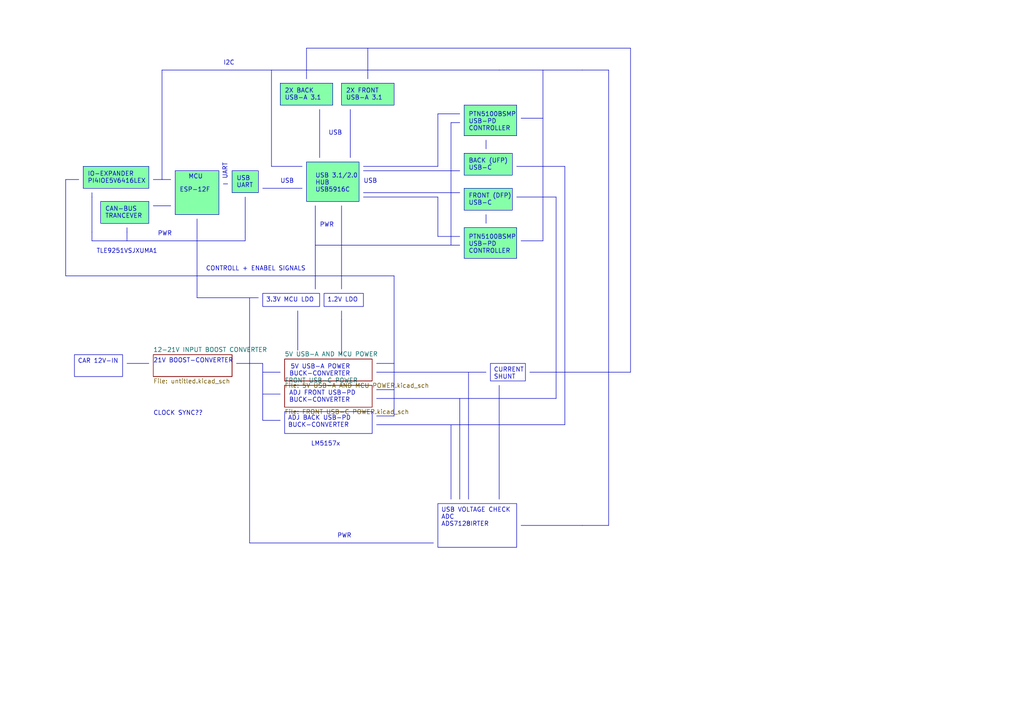
<source format=kicad_sch>
(kicad_sch (version 20230121) (generator eeschema)
  (paper "A4")
  (lib_symbols)
  (polyline (pts (xy 149.86 57.15) (xy 161.29 57.15)))
  (polyline (pts (xy 44.45 52.07) (xy 49.53 52.07)))
  (polyline (pts (xy 68.58 105.41) (xy 76.2 105.41)))
  (polyline (pts (xy 109.22 120.65) (xy 114.3 120.65)))
  (polyline (pts (xy 114.3 80.01) (xy 114.3 120.65)))
  (polyline (pts (xy 153.67 107.95) (xy 182.88 107.95)))
  (polyline (pts (xy 44.45 59.69) (xy 49.53 59.69)))
  (polyline (pts (xy 26.67 55.88) (xy 26.67 57.15)))
  (polyline (pts (xy 140.97 40.64) (xy 140.97 43.18)))
  (polyline (pts (xy 168.91 20.32) (xy 176.53 20.32)))
  (polyline (pts (xy 105.41 55.88) (xy 133.35 55.88)))
  (polyline (pts (xy 26.67 67.31) (xy 26.67 69.85)))
  (polyline (pts (xy 46.99 20.32) (xy 144.78 20.32)))
  (polyline (pts (xy 19.05 80.01) (xy 114.3 80.01)))
  (polyline (pts (xy 36.83 67.31) (xy 36.83 69.85)))
  (polyline (pts (xy 72.39 86.36) (xy 72.39 157.48)))
  (polyline (pts (xy 144.78 20.32) (xy 168.91 20.32)))
  (polyline (pts (xy 91.44 71.12) (xy 133.35 71.12)))
  (polyline (pts (xy 109.22 123.19) (xy 163.83 123.19)))
  (polyline (pts (xy 88.9 13.97) (xy 88.9 22.86)))
  (polyline (pts (xy 133.35 115.57) (xy 133.35 144.78)))
  (polyline (pts (xy 176.53 20.32) (xy 176.53 152.4)))
  (polyline (pts (xy 57.15 63.5) (xy 57.15 86.36)))
  (polyline (pts (xy 105.41 57.15) (xy 127 57.15)))
  (polyline (pts (xy 151.13 152.4) (xy 168.91 152.4)))
  (polyline (pts (xy 76.2 121.92) (xy 81.28 121.92)))
  (polyline (pts (xy 161.29 57.15) (xy 161.29 115.57)))
  (polyline (pts (xy 168.91 152.4) (xy 176.53 152.4)))
  (polyline (pts (xy 109.22 105.41) (xy 114.3 105.41)))
  (polyline (pts (xy 91.44 59.69) (xy 91.44 83.82)))
  (polyline (pts (xy 71.12 57.15) (xy 71.12 67.31)))
  (polyline (pts (xy 46.99 52.07) (xy 46.99 20.32)))
  (polyline (pts (xy 92.71 31.75) (xy 92.71 45.72)))
  (polyline (pts (xy 149.86 48.26) (xy 163.83 48.26)))
  (polyline (pts (xy 76.2 107.95) (xy 81.28 107.95)))
  (polyline (pts (xy 133.35 68.58) (xy 127 68.58)))
  (polyline (pts (xy 182.88 13.97) (xy 182.88 107.95)))
  (polyline (pts (xy 78.74 48.26) (xy 78.74 20.32)))
  (polyline (pts (xy 109.22 113.03) (xy 114.3 113.03)))
  (polyline (pts (xy 19.05 80.01) (xy 19.05 52.07)))
  (polyline (pts (xy 135.89 107.95) (xy 135.89 144.78)))
  (polyline (pts (xy 86.36 90.17) (xy 86.36 92.71)))
  (polyline (pts (xy 127 33.02) (xy 127 48.26)))
  (polyline (pts (xy 109.22 107.95) (xy 140.97 107.95)))
  (polyline (pts (xy 163.83 48.26) (xy 163.83 123.19)))
  (polyline (pts (xy 74.93 86.36) (xy 57.15 86.36)))
  (polyline (pts (xy 72.39 157.48) (xy 125.73 157.48)))
  (polyline (pts (xy 87.63 48.26) (xy 78.74 48.26)))
  (polyline (pts (xy 76.2 114.3) (xy 81.28 114.3)))
  (polyline (pts (xy 57.15 69.85) (xy 36.83 69.85)))
  (polyline (pts (xy 130.81 71.12) (xy 130.81 35.56)))
  (polyline (pts (xy 99.06 90.17) (xy 99.06 92.71)))
  (polyline (pts (xy 133.35 33.02) (xy 127 33.02)))
  (polyline (pts (xy 144.78 111.76) (xy 144.78 144.78)))
  (polyline (pts (xy 76.2 54.61) (xy 87.63 54.61)))
  (polyline (pts (xy 99.06 59.69) (xy 99.06 83.82)))
  (polyline (pts (xy 36.83 105.41) (xy 43.18 105.41)))
  (polyline (pts (xy 151.13 69.85) (xy 157.48 69.85)))
  (polyline (pts (xy 109.22 115.57) (xy 161.29 115.57)))
  (polyline (pts (xy 86.36 92.71) (xy 86.36 101.6)))
  (polyline (pts (xy 71.12 67.31) (xy 71.12 69.85)))
  (polyline (pts (xy 99.06 92.71) (xy 99.06 102.87)))
  (polyline (pts (xy 19.05 52.07) (xy 22.86 52.07)))
  (polyline (pts (xy 36.83 69.85) (xy 26.67 69.85)))
  (polyline (pts (xy 105.41 49.53) (xy 133.35 49.53)))
  (polyline (pts (xy 57.15 69.85) (xy 71.12 69.85)))
  (polyline (pts (xy 105.41 48.26) (xy 127 48.26)))
  (polyline (pts (xy 76.2 114.3) (xy 76.2 121.92)))
  (polyline (pts (xy 64.77 53.34) (xy 66.04 53.34)))
  (polyline (pts (xy 101.6 31.75) (xy 101.6 45.72)))
  (polyline (pts (xy 130.81 35.56) (xy 133.35 35.56)))
  (polyline (pts (xy 36.83 66.04) (xy 36.83 67.31)))
  (polyline (pts (xy 76.2 105.41) (xy 76.2 107.95)))
  (polyline (pts (xy 151.13 34.29) (xy 157.48 34.29)))
  (polyline (pts (xy 157.48 20.32) (xy 157.48 69.85)))
  (polyline (pts (xy 76.2 107.95) (xy 76.2 114.3)))
  (polyline (pts (xy 26.67 57.15) (xy 26.67 67.31)))
  (polyline (pts (xy 106.68 13.97) (xy 106.68 22.86)))
  (polyline (pts (xy 127 68.58) (xy 127 57.15)))
  (polyline (pts (xy 140.97 62.23) (xy 140.97 64.77)))
  (polyline (pts (xy 130.81 123.19) (xy 130.81 144.78)))
  (polyline (pts (xy 88.9 13.97) (xy 182.88 13.97)))
  (rectangle (start 88.9 46.99) (end 104.14 58.42) (fill (type color) (color 134 255 169 1)))
  (rectangle (start 134.62 54.61) (end 148.59 60.96) (fill (type color) (color 134 255 169 1)))
  (rectangle (start 134.62 30.48) (end 149.86 39.37) (fill (type color) (color 134 255 169 1)))
  (rectangle (start 134.62 66.04) (end 149.86 74.93) (fill (type color) (color 134 255 169 1)))
  (rectangle (start 29.21 58.42) (end 43.18 64.77) (fill (type color) (color 134 255 169 1)))
  (rectangle (start 81.28 24.13) (end 96.52 30.48) (fill (type color) (color 134 255 169 1)))
  (rectangle (start 24.13 48.26) (end 43.18 54.61) (fill (type color) (color 134 255 169 1)))
  (rectangle (start 67.31 49.53) (end 74.93 55.88) (fill (type color) (color 134 255 169 1)))
  (rectangle (start 99.06 24.13) (end 114.3 30.48) (fill (type color) (color 134 255 169 1)))
  (rectangle (start 134.62 44.45) (end 148.59 50.8) (fill (type color) (color 134 255 169 1)))
  (rectangle (start 50.8 49.53) (end 63.5 62.23) (fill (type color) (color 134 255 169 1)))
  (text_box "3.3V MCU LDO" (at 76.2 85.09 0) (size 16.51 3.81) (effects (font (size 1.27 1.27)) (justify left top)))
  (text_box "ADJ BACK USB-PD\nBUCK-CONVERTER" (at 82.55 119.38 0) (size 25.4 6.35) (effects (font (size 1.27 1.27)) (justify left top)))
  (text_box "1.2V LDO" (at 93.98 85.09 0) (size 11.43 3.81) (effects (font (size 1.27 1.27)) (justify left top)))
  (text_box "CAR 12V-IN" (at 21.59 102.87 0) (size 13.97 6.35) (effects (font (size 1.27 1.27)) (justify left top)))
  (text_box "USB VOLTAGE CHECK ADC\nADS7128IRTER" (at 127 146.05 0) (size 22.86 12.7) (effects (font (size 1.27 1.27)) (justify left top)))
  (text_box "CURRENT\nSHUNT" (at 142.24 105.41 0) (size 10.16 5.08) (effects (font (size 1.27 1.27)) (justify left top)))
  (text "BACK (UFP)\nUSB-C" (at 135.89 49.53 0) (effects (font (size 1.27 1.27)) (justify left bottom)))
  (text "PTN5100BSMP\nUSB-PD \nCONTROLLER" (at 135.89 38.1 0) (effects (font (size 1.27 1.27)) (justify left bottom)))
  (text "CONTROLL + ENABEL SIGNALS" (at 59.69 78.74 0) (effects (font (size 1.27 1.27)) (justify left bottom)))
  (text "ADJ FRONT USB-PD\nBUCK-CONVERTER" (at 83.82 116.84 0) (effects (font (size 1.27 1.27)) (justify left bottom)))
  (text "USB" (at 81.28 53.34 0) (effects (font (size 1.27 1.27)) (justify left bottom)))
  (text "I2C" (at 64.77 19.05 0) (effects (font (size 1.27 1.27)) (justify left bottom)))
  (text "PWR" (at 92.71 66.04 0) (effects (font (size 1.27 1.27)) (justify left bottom)))
  (text "IO-EXPANDER\nPI4IOE5V6416LEX" (at 25.4 53.34 0) (effects (font (size 1.27 1.27)) (justify left bottom)))
  (text "PWR" (at 45.72 68.58 0) (effects (font (size 1.27 1.27)) (justify left bottom)))
  (text "USB 3.1/2.0\nHUB\nUSB5916C" (at 91.44 55.88 0) (effects (font (size 1.27 1.27)) (justify left bottom)))
  (text "5V USB-A POWER\nBUCK-CONVERTER" (at 101.6 109.22 0) (effects (font (size 1.27 1.27)) (justify right bottom)))
  (text "USB" (at 105.41 53.34 0) (effects (font (size 1.27 1.27)) (justify left bottom)))
  (text "2X BACK\nUSB-A 3.1" (at 82.55 29.21 0) (effects (font (size 1.27 1.27)) (justify left bottom)))
  (text "2X FRONT\nUSB-A 3.1" (at 100.33 29.21 0) (effects (font (size 1.27 1.27)) (justify left bottom)))
  (text "MCU\n" (at 54.61 52.07 0) (effects (font (size 1.27 1.27)) (justify left bottom)))
  (text "PTN5100BSMP\nUSB-PD \nCONTROLLER" (at 135.89 73.66 0) (effects (font (size 1.27 1.27)) (justify left bottom)))
  (text "CLOCK SYNC??" (at 44.45 120.65 0) (effects (font (size 1.27 1.27)) (justify left bottom)))
  (text "CAN-BUS\nTRANCEVER" (at 30.48 63.5 0) (effects (font (size 1.27 1.27)) (justify left bottom)))
  (text "LM5157x" (at 90.17 129.54 0) (effects (font (size 1.27 1.27)) (justify left bottom)))
  (text "21V BOOST-CONVERTER" (at 44.45 105.41 0) (effects (font (size 1.27 1.27)) (justify left bottom)))
  (text "FRONT (DFP)\nUSB-C" (at 135.89 59.69 0) (effects (font (size 1.27 1.27)) (justify left bottom)))
  (text "PWR" (at 97.79 156.21 0) (effects (font (size 1.27 1.27)) (justify left bottom)))
  (text "UART" (at 66.04 52.07 90) (effects (font (size 1.27 1.27)) (justify left bottom)))
  (text "USB\nUART" (at 68.58 54.61 0) (effects (font (size 1.27 1.27)) (justify left bottom)))
  (text "TLE9251VSJXUMA1" (at 27.94 73.66 0) (effects (font (size 1.27 1.27)) (justify left bottom)))
  (text "ESP-12F" (at 52.07 55.88 0) (effects (font (size 1.27 1.27)) (justify left bottom)))
  (text "USB" (at 95.25 39.37 0) (effects (font (size 1.27 1.27)) (justify left bottom)))
  (sheet (at 82.55 111.76) (size 25.4 6.35) (stroke (width 0.1524))
    (property "Sheetname" "FRONT USB-C POWER" (at 82.55 111.0484 0) (effects (justify left bottom)))
    (property "Sheetfile" "FRONT USB-C POWER.kicad_sch" (at 82.55 118.6946 0) (effects (justify left top)))
  )
  (sheet (at 82.55 104.14) (size 25.4 6.35) (stroke (width 0.1524))
    (property "Sheetname" "5V USB-A AND MCU POWER" (at 82.55 103.4284 0) (effects (justify left bottom)))
    (property "Sheetfile" "5V USB-A AND MCU POWER.kicad_sch" (at 82.55 111.0746 0) (effects (justify left top)))
  )
  (sheet (at 44.45 102.87) (size 22.86 6.35) (stroke (width 0.1524))
    (property "Sheetname" "12-21V INPUT BOOST CONVERTER" (at 44.45 102.1584 0) (effects (justify left bottom)))
    (property "Sheetfile" "untitled.kicad_sch" (at 44.45 109.8046 0) (effects (justify left top)))
  )
)
</source>
